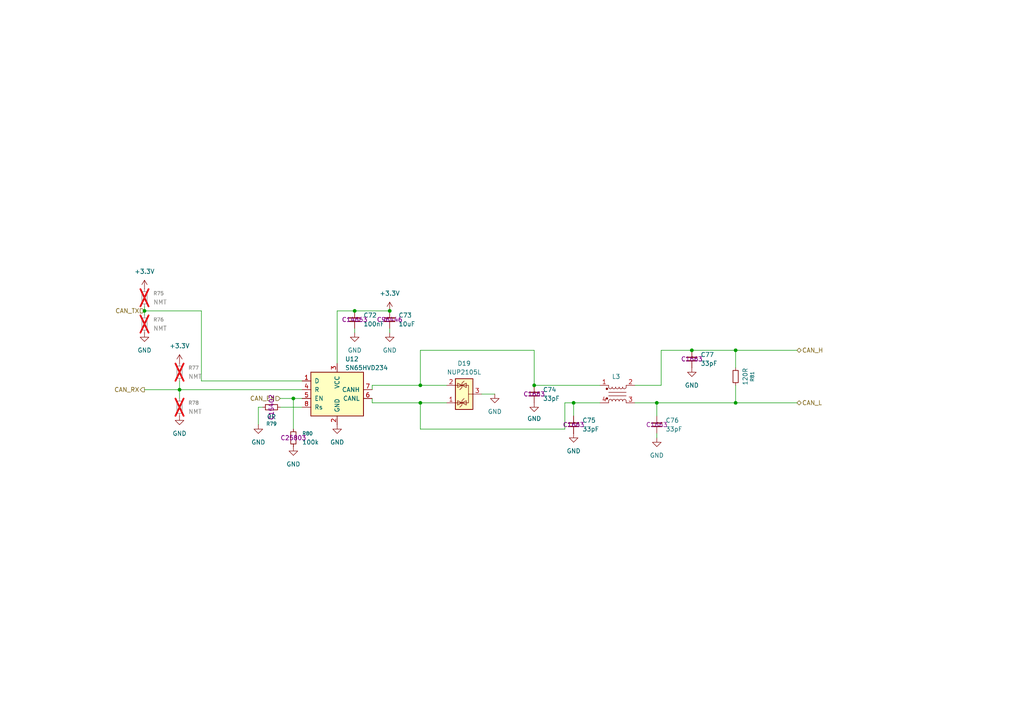
<source format=kicad_sch>
(kicad_sch (version 20250114) (generator "eeschema") (generator_version "9.0")
  (paper "A4")
  (lib_symbols
    (symbol "Device:C_Small" (pin_numbers (hide yes)) (pin_names (offset 0.254) (hide yes))
      (property "Reference" "C" (at 0.254 1.778 0))
      (property "Value" "C_Small" (at 0.254 -2.032 0))
      (symbol "C_Small_0_1"
        (polyline (pts (xy -1.524 0.508) (xy 1.524 0.508)) (stroke (width 0.3048)))
        (polyline (pts (xy -1.524 -0.508) (xy 1.524 -0.508)) (stroke (width 0.3302)))
      )
      (symbol "C_Small_1_1"
        (pin passive line (at 0 2.54 270) (length 2.032) (name "~") (number "1"))
        (pin passive line (at 0 -2.54 90) (length 2.032) (name "~") (number "2"))
      )
    )
    (symbol "Device:R_Small" (pin_numbers (hide yes)) (pin_names (offset 0.254) (hide yes))
      (property "Reference" "R" (at 0 0 90))
      (property "Value" "R_Small" (at 1.778 0 90))
      (symbol "R_Small_0_1"
        (rectangle (start -0.762 1.778) (end 0.762 -1.778) (stroke (width 0.2032)))
      )
      (symbol "R_Small_1_1"
        (pin passive line (at 0 2.54 270) (length 0.762) (name "~") (number "1"))
        (pin passive line (at 0 -2.54 90) (length 0.762) (name "~") (number "2"))
      )
    )
    (symbol "Filter:Choke_Wurth_WE-CNSW_744232090"
      (property "Reference" "L" (at 0 5.08 0))
      (property "Value" "Choke_Wurth_WE-CNSW_744232090" (at 0 -5.08 0))
      (symbol "Choke_Wurth_WE-CNSW_744232090_1_1"
        (circle (center -3.048 1.524) (radius 0.254) (fill (type outline)))
        (circle (center -3.048 -1.27) (radius 0.254) (fill (type outline)))
        (polyline (pts (xy -2.54 2.032) (xy -2.54 2.54)))
        (polyline (pts (xy -2.54 0.508) (xy 2.54 0.508)))
        (polyline (pts (xy -2.54 -2.032) (xy -2.54 -2.54)))
        (arc (start -1.524 2.032) (mid -2.032 1.5262) (end -2.54 2.032))
        (arc (start -2.54 -2.032) (mid -2.032 -1.5262) (end -1.524 -2.032))
        (arc (start -0.508 2.032) (mid -1.016 1.5262) (end -1.524 2.032))
        (arc (start -1.524 -2.032) (mid -1.016 -1.5262) (end -0.508 -2.032))
        (arc (start 0.508 2.032) (mid 0 1.5262) (end -0.508 2.032))
        (arc (start -0.508 -2.032) (mid 0 -1.5262) (end 0.508 -2.032))
        (arc (start 1.524 2.032) (mid 1.016 1.5262) (end 0.508 2.032))
        (arc (start 0.508 -2.032) (mid 1.016 -1.5262) (end 1.524 -2.032))
        (arc (start 2.54 2.032) (mid 2.032 1.5262) (end 1.524 2.032))
        (arc (start 1.524 -2.032) (mid 2.032 -1.5262) (end 2.54 -2.032))
        (polyline (pts (xy 2.54 2.54) (xy 2.54 2.032)))
        (polyline (pts (xy 2.54 -0.508) (xy -2.54 -0.508)))
        (polyline (pts (xy 2.54 -2.032) (xy 2.54 -2.54)))
        (pin passive line (at -5.08 2.54 0) (length 2.54) (name "") (number "1"))
        (pin passive line (at -5.08 -2.54 0) (length 2.54) (name "") (number "4"))
        (pin passive line (at 5.08 2.54 180) (length 2.54) (name "") (number "2"))
        (pin passive line (at 5.08 -2.54 180) (length 2.54) (name "") (number "3"))
      )
    )
    (symbol "Interface_CAN_LIN:SN65HVD234" (pin_names (offset 1.016))
      (property "Reference" "U" (at -2.54 10.16 0))
      (property "Value" "SN65HVD234" (at -2.54 7.62 0))
      (symbol "SN65HVD234_0_1"
        (rectangle (start -7.62 5.08) (end 7.62 -7.62) (stroke (width 0.254)) (fill (type background)))
      )
      (symbol "SN65HVD234_1_1"
        (pin input line (at -10.16 2.54 0) (length 2.54) (name "D") (number "1"))
        (pin output line (at -10.16 0 0) (length 2.54) (name "R") (number "4"))
        (pin input line (at -10.16 -2.54 0) (length 2.54) (name "EN") (number "5"))
        (pin input line (at -10.16 -5.08 0) (length 2.54) (name "Rs") (number "8"))
        (pin power_in line (at 0 7.62 270) (length 2.54) (name "VCC") (number "3"))
        (pin power_in line (at 0 -10.16 90) (length 2.54) (name "GND") (number "2"))
        (pin bidirectional line (at 10.16 0 180) (length 2.54) (name "CANH") (number "7"))
        (pin bidirectional line (at 10.16 -2.54 180) (length 2.54) (name "CANL") (number "6"))
      )
    )
    (symbol "Power_Protection:NUP2105L" (pin_names (hide yes))
      (property "Reference" "D" (at 5.715 2.54 0))
      (property "Value" "NUP2105L" (at 5.715 0.635 0))
      (symbol "NUP2105L_0_0"
        (pin passive line (at 0 -5.08 90) (length 2.54) (name "A") (number "3"))
      )
      (symbol "NUP2105L_0_1"
        (rectangle (start -4.445 2.54) (end 4.445 -2.54) (stroke (width 0.254)) (fill (type background)))
        (polyline (pts (xy -3.81 1.27) (xy -3.175 0.635) (xy -1.905 0.635) (xy -1.27 0)))
        (polyline (pts (xy -2.54 2.54) (xy -2.54 0.635)))
        (polyline (pts (xy -2.54 0.635) (xy -2.54 -1.27) (xy 2.54 -1.27) (xy 2.54 0.635)))
        (polyline (pts (xy -2.54 0.635) (xy -1.905 -0.635) (xy -3.175 -0.635) (xy -2.54 0.635)))
        (polyline (pts (xy -2.54 0.635) (xy -3.175 1.905) (xy -1.905 1.905) (xy -2.54 0.635) (xy -2.54 1.27)))
        (polyline (pts (xy 0 -1.27) (xy 0 -2.54)))
        (polyline (pts (xy 1.27 1.27) (xy 1.905 0.635) (xy 2.54 0.635) (xy 3.175 0.635) (xy 3.81 0)))
        (polyline (pts (xy 2.54 2.54) (xy 2.54 0.635)))
        (polyline (pts (xy 2.54 0.635) (xy 1.905 -0.635) (xy 3.175 -0.635) (xy 2.54 0.635)))
        (polyline (pts (xy 2.54 0.635) (xy 3.175 1.905) (xy 1.905 1.905) (xy 2.54 0.635)))
      )
      (symbol "NUP2105L_1_1"
        (pin passive line (at -2.54 5.08 270) (length 2.54) (name "K") (number "1"))
        (pin passive line (at 2.54 5.08 270) (length 2.54) (name "K") (number "2"))
      )
    )
    (symbol "power:+3.3V" (power) (pin_numbers (hide yes)) (pin_names (offset 0) (hide yes))
      (property "Value" "+3.3V" (at 0 3.556 0))
      (symbol "+3.3V_0_1"
        (polyline (pts (xy -0.762 1.27) (xy 0 2.54)))
        (polyline (pts (xy 0 2.54) (xy 0.762 1.27)))
        (polyline (pts (xy 0 0) (xy 0 2.54)))
      )
      (symbol "+3.3V_1_1"
        (pin power_in line (at 0 0 90) (length 0) (name "~") (number "1"))
      )
    )
    (symbol "power:GND" (power) (pin_numbers (hide yes)) (pin_names (offset 0) (hide yes))
      (property "Value" "GND" (at 0 -3.81 0))
      (symbol "GND_0_1"
        (polyline (pts (xy 0 0) (xy 0 -1.27) (xy 1.27 -1.27) (xy 0 -2.54) (xy -1.27 -1.27) (xy 0 -1.27)))
      )
      (symbol "GND_1_1"
        (pin power_in line (at 0 0 270) (length 0) (name "~") (number "1"))
      )
    )
  )
  (junction (at 121.92 111.76))
  (junction (at 102.87 90.17))
  (junction (at 190.5 116.84))
  (junction (at 121.92 116.84))
  (junction (at 154.94 111.76))
  (junction (at 85.09 115.57))
  (junction (at 213.36 101.6))
  (junction (at 41.91 90.17))
  (junction (at 52.07 113.03))
  (junction (at 213.36 116.84))
  (junction (at 113.03 90.17))
  (junction (at 200.66 101.6))
  (junction (at 166.37 116.84))
  (wire (pts (xy 97.79 90.17) (xy 97.79 105.41)))
  (wire (pts (xy 121.92 116.84) (xy 107.95 116.84)))
  (wire (pts (xy 41.91 88.9) (xy 41.91 90.17)))
  (wire (pts (xy 163.83 116.84) (xy 166.37 116.84)))
  (wire (pts (xy 213.36 111.76) (xy 213.36 116.84)))
  (wire (pts (xy 121.92 101.6) (xy 121.92 111.76)))
  (wire (pts (xy 107.95 111.76) (xy 121.92 111.76)))
  (wire (pts (xy 213.36 101.6) (xy 213.36 106.68)))
  (wire (pts (xy 81.28 115.57) (xy 85.09 115.57)))
  (wire (pts (xy 154.94 111.76) (xy 154.94 101.6)))
  (wire (pts (xy 190.5 127) (xy 190.5 125.73)))
  (wire (pts (xy 85.09 115.57) (xy 87.63 115.57)))
  (wire (pts (xy 41.91 113.03) (xy 52.07 113.03)))
  (wire (pts (xy 41.91 90.17) (xy 41.91 91.44)))
  (wire (pts (xy 102.87 90.17) (xy 113.03 90.17)))
  (wire (pts (xy 52.07 113.03) (xy 87.63 113.03)))
  (wire (pts (xy 190.5 116.84) (xy 213.36 116.84)))
  (wire (pts (xy 184.15 111.76) (xy 191.77 111.76)))
  (wire (pts (xy 85.09 124.46) (xy 85.09 115.57)))
  (wire (pts (xy 52.07 110.49) (xy 52.07 113.03)))
  (wire (pts (xy 74.93 123.19) (xy 74.93 118.11)))
  (wire (pts (xy 213.36 101.6) (xy 200.66 101.6)))
  (wire (pts (xy 52.07 113.03) (xy 52.07 115.57)))
  (wire (pts (xy 166.37 120.65) (xy 166.37 116.84)))
  (wire (pts (xy 58.42 110.49) (xy 87.63 110.49)))
  (wire (pts (xy 121.92 124.46) (xy 163.83 124.46)))
  (wire (pts (xy 213.36 116.84) (xy 231.14 116.84)))
  (wire (pts (xy 213.36 101.6) (xy 231.14 101.6)))
  (wire (pts (xy 74.93 118.11) (xy 76.2 118.11)))
  (wire (pts (xy 97.79 90.17) (xy 102.87 90.17)))
  (wire (pts (xy 191.77 101.6) (xy 200.66 101.6)))
  (wire (pts (xy 190.5 120.65) (xy 190.5 116.84)))
  (wire (pts (xy 129.54 116.84) (xy 121.92 116.84)))
  (wire (pts (xy 107.95 116.84) (xy 107.95 115.57)))
  (wire (pts (xy 166.37 116.84) (xy 173.99 116.84)))
  (wire (pts (xy 113.03 96.52) (xy 113.03 95.25)))
  (wire (pts (xy 58.42 90.17) (xy 58.42 110.49)))
  (wire (pts (xy 107.95 111.76) (xy 107.95 113.03)))
  (wire (pts (xy 81.28 118.11) (xy 87.63 118.11)))
  (wire (pts (xy 121.92 111.76) (xy 129.54 111.76)))
  (wire (pts (xy 163.83 124.46) (xy 163.83 116.84)))
  (wire (pts (xy 121.92 116.84) (xy 121.92 124.46)))
  (wire (pts (xy 190.5 116.84) (xy 184.15 116.84)))
  (wire (pts (xy 191.77 111.76) (xy 191.77 101.6)))
  (wire (pts (xy 102.87 96.52) (xy 102.87 95.25)))
  (wire (pts (xy 154.94 101.6) (xy 121.92 101.6)))
  (wire (pts (xy 139.7 114.3) (xy 143.51 114.3)))
  (wire (pts (xy 154.94 111.76) (xy 173.99 111.76)))
  (wire (pts (xy 41.91 90.17) (xy 58.42 90.17)))
  (hierarchical_label "CAN_TX" (shape input) (at 41.91 90.17 180))
  (hierarchical_label "CAN_L" (shape bidirectional) (at 231.14 116.84 0))
  (hierarchical_label "CAN_RX" (shape output) (at 41.91 113.03 180))
  (hierarchical_label "CAN_H" (shape bidirectional) (at 231.14 101.6 0))
  (hierarchical_label "CAN_EN" (shape input) (at 81.28 115.57 180))
  (symbol (lib_id "Device:R_Small") (at 85.09 127 180) (unit 1)
    (property "Reference" "R80" (at 87.63 125.7299 0) (effects (font (size 1.016 1.016)) (justify right)))
    (property "Value" "100k" (at 87.63 128.2699 0) (effects (justify right)))
    (property "Footprint" "Resistor_SMD:R_0603_1608Metric" (effects (hide yes)))
    (property "Description" "Resistor, small symbol" (effects (hide yes)))
    (property "LCSC" "C25803" (at 85.09 127 0))
  )
  (symbol (lib_id "Filter:Choke_Wurth_WE-CNSW_744232090") (at 179.07 114.3 0) (unit 1)
    (property "Reference" "L3" (at 178.689 109.22 0))
    (property "Value" "Choke_Wurth_WE-CNSW_744232090" (effects (hide yes)))
    (property "Footprint" "Inductor_SMD:L_CommonMode_Wurth_WE-CNSW-1206" (effects (hide yes)))
    (property "Datasheet" "https://www.we-online.com/components/products/datasheet/744232090.pdf" (effects (hide yes)))
    (property "Description" "Common mode choke, 370 mA, 125VDC, USB2.0, 111 nH" (effects (hide yes)))
  )
  (symbol (lib_id "power:GND") (at 190.5 127 0) (unit 1)
    (property "Reference" "#PWR0166" (effects (hide yes)))
    (property "Value" "GND" (at 190.5 132.08 0))
    (property "Description" "Power symbol creates a global label with name \"GND\" , ground" (effects (hide yes)))
  )
  (symbol (lib_id "Device:R_Small") (at 52.07 118.11 180) (unit 1) (dnp yes)
    (property "Reference" "R78" (at 54.61 116.8399 0) (effects (font (size 1.016 1.016)) (justify right)))
    (property "Value" "NMT" (at 54.61 119.3799 0) (effects (justify right)))
    (property "Footprint" "Resistor_SMD:R_0603_1608Metric" (effects (hide yes)))
    (property "Description" "Resistor, small symbol" (effects (hide yes)))
  )
  (symbol (lib_id "Device:C_Small") (at 102.87 92.71 0) (unit 1)
    (property "Reference" "C72" (at 105.41 91.4462 0) (effects (justify left)))
    (property "Value" "100nF" (at 105.41 93.9862 0) (effects (justify left)))
    (property "Footprint" "Capacitor_SMD:C_0603_1608Metric" (effects (hide yes)))
    (property "Description" "Unpolarized capacitor, small symbol" (effects (hide yes)))
    (property "LCSC" "C14663" (at 102.87 92.71 0))
  )
  (symbol (lib_id "power:GND") (at 85.09 129.54 0) (unit 1)
    (property "Reference" "#PWR0158" (effects (hide yes)))
    (property "Value" "GND" (at 85.09 134.62 0))
    (property "Description" "Power symbol creates a global label with name \"GND\" , ground" (effects (hide yes)))
  )
  (symbol (lib_id "power:GND") (at 102.87 96.52 0) (unit 1)
    (property "Reference" "#PWR0160" (effects (hide yes)))
    (property "Value" "GND" (at 102.87 101.6 0))
    (property "Description" "Power symbol creates a global label with name \"GND\" , ground" (effects (hide yes)))
  )
  (symbol (lib_id "power:GND") (at 52.07 120.65 0) (unit 1)
    (property "Reference" "#PWR0156" (effects (hide yes)))
    (property "Value" "GND" (at 52.07 125.73 0))
    (property "Description" "Power symbol creates a global label with name \"GND\" , ground" (effects (hide yes)))
  )
  (symbol (lib_id "power:+3.3V") (at 52.07 105.41 0) (unit 1)
    (property "Reference" "#PWR0155" (effects (hide yes)))
    (property "Value" "+3.3V" (at 52.07 100.33 0))
    (property "Description" "Power symbol creates a global label with name \"+3.3V\"" (effects (hide yes)))
  )
  (symbol (lib_id "power:+3.3V") (at 41.91 83.82 0) (unit 1)
    (property "Reference" "#PWR0153" (effects (hide yes)))
    (property "Value" "+3.3V" (at 41.91 78.74 0))
    (property "Description" "Power symbol creates a global label with name \"+3.3V\"" (effects (hide yes)))
  )
  (symbol (lib_id "Device:C_Small") (at 113.03 92.71 0) (unit 1)
    (property "Reference" "C73" (at 115.57 91.4462 0) (effects (justify left)))
    (property "Value" "10uF" (at 115.57 93.9862 0) (effects (justify left)))
    (property "Footprint" "Capacitor_SMD:C_0603_1608Metric" (effects (hide yes)))
    (property "Description" "Unpolarized capacitor, small symbol" (effects (hide yes)))
    (property "LCSC" "C96446" (at 113.03 92.71 0))
  )
  (symbol (lib_id "Interface_CAN_LIN:SN65HVD234") (at 97.79 113.03 0) (unit 1)
    (property "Reference" "U12" (at 100.076 104.14 0) (effects (justify left)))
    (property "Value" "SN65HVD234" (at 100.076 106.68 0) (effects (justify left)))
    (property "Footprint" "Package_SO:SOIC-8_3.9x4.9mm_P1.27mm" (effects (hide yes)))
    (property "Datasheet" "http://www.ti.com/lit/ds/symlink/sn65hvd234.pdf" (effects (hide yes)))
    (property "Description" "CAN Bus Transceiver, 3.3V, 1Mbps, Enable feature, SOIC-8" (effects (hide yes)))
  )
  (symbol (lib_id "Power_Protection:NUP2105L") (at 134.62 114.3 90) (unit 1)
    (property "Reference" "D19" (at 134.62 105.41 90))
    (property "Value" "NUP2105L" (at 134.62 107.95 90))
    (property "Footprint" "Package_TO_SOT_SMD:SOT-23" (effects (hide yes)))
    (property "Datasheet" "https://www.onsemi.com/pub_link/Collateral/NUP2105L-D.PDF" (effects (hide yes)))
    (property "Description" "Dual Line CAN Bus Protector, 24Vrwm" (effects (hide yes)))
  )
  (symbol (lib_id "power:GND") (at 97.79 123.19 0) (unit 1)
    (property "Reference" "#PWR0159" (effects (hide yes)))
    (property "Value" "GND" (at 97.79 128.27 0))
    (property "Description" "Power symbol creates a global label with name \"GND\" , ground" (effects (hide yes)))
  )
  (symbol (lib_id "Device:C_Small") (at 166.37 123.19 0) (unit 1)
    (property "Reference" "C75" (at 168.91 121.9262 0) (effects (justify left)))
    (property "Value" "33pF" (at 168.91 124.4662 0) (effects (justify left)))
    (property "Footprint" "Capacitor_SMD:C_0603_1608Metric" (effects (hide yes)))
    (property "Description" "Unpolarized capacitor, small symbol" (effects (hide yes)))
    (property "LCSC" "C1663" (at 166.37 123.19 0))
  )
  (symbol (lib_id "power:GND") (at 143.51 114.3 0) (unit 1)
    (property "Reference" "#PWR0163" (effects (hide yes)))
    (property "Value" "GND" (at 143.51 119.38 0))
    (property "Description" "Power symbol creates a global label with name \"GND\" , ground" (effects (hide yes)))
  )
  (symbol (lib_id "power:GND") (at 41.91 96.52 0) (unit 1)
    (property "Reference" "#PWR0154" (effects (hide yes)))
    (property "Value" "GND" (at 41.91 101.6 0))
    (property "Description" "Power symbol creates a global label with name \"GND\" , ground" (effects (hide yes)))
  )
  (symbol (lib_id "power:+3.3V") (at 113.03 90.17 0) (unit 1)
    (property "Reference" "#PWR0161" (effects (hide yes)))
    (property "Value" "+3.3V" (at 113.03 85.09 0))
    (property "Description" "Power symbol creates a global label with name \"+3.3V\"" (effects (hide yes)))
  )
  (symbol (lib_id "Device:C_Small") (at 200.66 104.14 0) (unit 1)
    (property "Reference" "C77" (at 203.2 102.8762 0) (effects (justify left)))
    (property "Value" "33pF" (at 203.2 105.4162 0) (effects (justify left)))
    (property "Footprint" "Capacitor_SMD:C_0603_1608Metric" (effects (hide yes)))
    (property "Description" "Unpolarized capacitor, small symbol" (effects (hide yes)))
    (property "LCSC" "C1663" (at 200.66 104.14 0))
  )
  (symbol (lib_id "power:GND") (at 200.66 106.68 0) (unit 1)
    (property "Reference" "#PWR0167" (effects (hide yes)))
    (property "Value" "GND" (at 200.66 111.76 0))
    (property "Description" "Power symbol creates a global label with name \"GND\" , ground" (effects (hide yes)))
  )
  (symbol (lib_id "Device:R_Small") (at 78.74 118.11 90) (unit 1)
    (property "Reference" "R79" (at 78.74 122.936 90) (effects (font (size 1.016 1.016))))
    (property "Value" "0R" (at 78.74 120.904 90))
    (property "Footprint" "Resistor_SMD:R_0603_1608Metric" (effects (hide yes)))
    (property "Description" "Resistor, small symbol" (effects (hide yes)))
    (property "LCSC" "C15402" (at 78.74 118.11 0))
  )
  (symbol (lib_id "power:GND") (at 74.93 123.19 0) (unit 1)
    (property "Reference" "#PWR0157" (effects (hide yes)))
    (property "Value" "GND" (at 74.93 128.27 0))
    (property "Description" "Power symbol creates a global label with name \"GND\" , ground" (effects (hide yes)))
  )
  (symbol (lib_id "Device:R_Small") (at 41.91 93.98 180) (unit 1) (dnp yes)
    (property "Reference" "R76" (at 44.45 92.7099 0) (effects (font (size 1.016 1.016)) (justify right)))
    (property "Value" "NMT" (at 44.45 95.2499 0) (effects (justify right)))
    (property "Footprint" "Resistor_SMD:R_0603_1608Metric" (effects (hide yes)))
    (property "Description" "Resistor, small symbol" (effects (hide yes)))
  )
  (symbol (lib_id "Device:R_Small") (at 52.07 107.95 180) (unit 1) (dnp yes)
    (property "Reference" "R77" (at 54.61 106.6799 0) (effects (font (size 1.016 1.016)) (justify right)))
    (property "Value" "NMT" (at 54.61 109.2199 0) (effects (justify right)))
    (property "Footprint" "Resistor_SMD:R_0603_1608Metric" (effects (hide yes)))
    (property "Description" "Resistor, small symbol" (effects (hide yes)))
  )
  (symbol (lib_id "Device:C_Small") (at 154.94 114.3 0) (unit 1)
    (property "Reference" "C74" (at 157.48 113.0362 0) (effects (justify left)))
    (property "Value" "33pF" (at 157.48 115.5762 0) (effects (justify left)))
    (property "Footprint" "Capacitor_SMD:C_0603_1608Metric" (effects (hide yes)))
    (property "Description" "Unpolarized capacitor, small symbol" (effects (hide yes)))
    (property "LCSC" "C1663" (at 154.94 114.3 0))
  )
  (symbol (lib_id "power:GND") (at 154.94 116.84 0) (unit 1)
    (property "Reference" "#PWR0164" (effects (hide yes)))
    (property "Value" "GND" (at 154.94 121.412 0))
    (property "Description" "Power symbol creates a global label with name \"GND\" , ground" (effects (hide yes)))
  )
  (symbol (lib_id "power:GND") (at 113.03 96.52 0) (unit 1)
    (property "Reference" "#PWR0162" (effects (hide yes)))
    (property "Value" "GND" (at 113.03 101.6 0))
    (property "Description" "Power symbol creates a global label with name \"GND\" , ground" (effects (hide yes)))
  )
  (symbol (lib_id "Device:R_Small") (at 213.36 109.22 180) (unit 1)
    (property "Reference" "R81" (at 218.186 109.22 90) (effects (font (size 1.016 1.016))))
    (property "Value" "120R" (at 216.154 109.22 90))
    (property "Footprint" "Resistor_SMD:R_0603_1608Metric" (effects (hide yes)))
    (property "Description" "Resistor, small symbol" (effects (hide yes)))
  )
  (symbol (lib_id "Device:R_Small") (at 41.91 86.36 180) (unit 1) (dnp yes)
    (property "Reference" "R75" (at 44.45 85.0899 0) (effects (font (size 1.016 1.016)) (justify right)))
    (property "Value" "NMT" (at 44.45 87.6299 0) (effects (justify right)))
    (property "Footprint" "Resistor_SMD:R_0603_1608Metric" (effects (hide yes)))
    (property "Description" "Resistor, small symbol" (effects (hide yes)))
  )
  (symbol (lib_id "Device:C_Small") (at 190.5 123.19 0) (unit 1)
    (property "Reference" "C76" (at 193.04 121.9262 0) (effects (justify left)))
    (property "Value" "33pF" (at 193.04 124.4662 0) (effects (justify left)))
    (property "Footprint" "Capacitor_SMD:C_0603_1608Metric" (effects (hide yes)))
    (property "Description" "Unpolarized capacitor, small symbol" (effects (hide yes)))
    (property "LCSC" "C1663" (at 190.5 123.19 0))
  )
  (symbol (lib_id "power:GND") (at 166.37 125.73 0) (unit 1)
    (property "Reference" "#PWR0165" (effects (hide yes)))
    (property "Value" "GND" (at 166.37 130.81 0))
    (property "Description" "Power symbol creates a global label with name \"GND\" , ground" (effects (hide yes)))
  )
)
</source>
